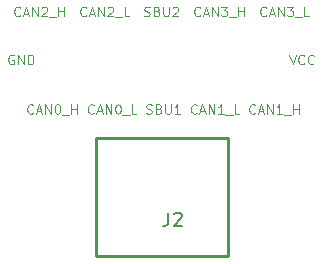
<source format=gbr>
%TF.GenerationSoftware,KiCad,Pcbnew,7.0.5*%
%TF.CreationDate,2024-03-09T10:44:32-05:00*%
%TF.ProjectId,female_connector,66656d61-6c65-45f6-936f-6e6e6563746f,rev?*%
%TF.SameCoordinates,Original*%
%TF.FileFunction,Legend,Top*%
%TF.FilePolarity,Positive*%
%FSLAX46Y46*%
G04 Gerber Fmt 4.6, Leading zero omitted, Abs format (unit mm)*
G04 Created by KiCad (PCBNEW 7.0.5) date 2024-03-09 10:44:32*
%MOMM*%
%LPD*%
G01*
G04 APERTURE LIST*
%ADD10C,0.152000*%
%ADD11C,0.100000*%
%ADD12C,0.254000*%
%ADD13C,0.650000*%
%ADD14O,1.000000X1.600000*%
%ADD15O,1.000000X1.800000*%
%ADD16R,0.300000X1.000000*%
%ADD17C,0.600000*%
%ADD18C,3.000000*%
G04 APERTURE END LIST*
D10*
%TO.C,J2*%
X574714Y-8902869D02*
X574714Y-9719298D01*
X574714Y-9719298D02*
X520285Y-9882583D01*
X520285Y-9882583D02*
X411428Y-9991441D01*
X411428Y-9991441D02*
X248142Y-10045869D01*
X248142Y-10045869D02*
X139285Y-10045869D01*
X1064571Y-9011726D02*
X1118999Y-8957298D01*
X1118999Y-8957298D02*
X1227857Y-8902869D01*
X1227857Y-8902869D02*
X1499999Y-8902869D01*
X1499999Y-8902869D02*
X1608857Y-8957298D01*
X1608857Y-8957298D02*
X1663285Y-9011726D01*
X1663285Y-9011726D02*
X1717714Y-9120583D01*
X1717714Y-9120583D02*
X1717714Y-9229441D01*
X1717714Y-9229441D02*
X1663285Y-9392726D01*
X1663285Y-9392726D02*
X1010142Y-10045869D01*
X1010142Y-10045869D02*
X1717714Y-10045869D01*
D11*
%TO.C,J1*%
X10809979Y4459105D02*
X11076646Y3659105D01*
X11076646Y3659105D02*
X11343312Y4459105D01*
X12067122Y3735296D02*
X12029026Y3697200D01*
X12029026Y3697200D02*
X11914741Y3659105D01*
X11914741Y3659105D02*
X11838550Y3659105D01*
X11838550Y3659105D02*
X11724264Y3697200D01*
X11724264Y3697200D02*
X11648074Y3773391D01*
X11648074Y3773391D02*
X11609979Y3849581D01*
X11609979Y3849581D02*
X11571883Y4001962D01*
X11571883Y4001962D02*
X11571883Y4116248D01*
X11571883Y4116248D02*
X11609979Y4268629D01*
X11609979Y4268629D02*
X11648074Y4344820D01*
X11648074Y4344820D02*
X11724264Y4421010D01*
X11724264Y4421010D02*
X11838550Y4459105D01*
X11838550Y4459105D02*
X11914741Y4459105D01*
X11914741Y4459105D02*
X12029026Y4421010D01*
X12029026Y4421010D02*
X12067122Y4382915D01*
X12867122Y3735296D02*
X12829026Y3697200D01*
X12829026Y3697200D02*
X12714741Y3659105D01*
X12714741Y3659105D02*
X12638550Y3659105D01*
X12638550Y3659105D02*
X12524264Y3697200D01*
X12524264Y3697200D02*
X12448074Y3773391D01*
X12448074Y3773391D02*
X12409979Y3849581D01*
X12409979Y3849581D02*
X12371883Y4001962D01*
X12371883Y4001962D02*
X12371883Y4116248D01*
X12371883Y4116248D02*
X12409979Y4268629D01*
X12409979Y4268629D02*
X12448074Y4344820D01*
X12448074Y4344820D02*
X12524264Y4421010D01*
X12524264Y4421010D02*
X12638550Y4459105D01*
X12638550Y4459105D02*
X12714741Y4459105D01*
X12714741Y4459105D02*
X12829026Y4421010D01*
X12829026Y4421010D02*
X12867122Y4382915D01*
X3253406Y7799296D02*
X3215310Y7761200D01*
X3215310Y7761200D02*
X3101025Y7723105D01*
X3101025Y7723105D02*
X3024834Y7723105D01*
X3024834Y7723105D02*
X2910548Y7761200D01*
X2910548Y7761200D02*
X2834358Y7837391D01*
X2834358Y7837391D02*
X2796263Y7913581D01*
X2796263Y7913581D02*
X2758167Y8065962D01*
X2758167Y8065962D02*
X2758167Y8180248D01*
X2758167Y8180248D02*
X2796263Y8332629D01*
X2796263Y8332629D02*
X2834358Y8408820D01*
X2834358Y8408820D02*
X2910548Y8485010D01*
X2910548Y8485010D02*
X3024834Y8523105D01*
X3024834Y8523105D02*
X3101025Y8523105D01*
X3101025Y8523105D02*
X3215310Y8485010D01*
X3215310Y8485010D02*
X3253406Y8446915D01*
X3558167Y7951677D02*
X3939120Y7951677D01*
X3481977Y7723105D02*
X3748644Y8523105D01*
X3748644Y8523105D02*
X4015310Y7723105D01*
X4281977Y7723105D02*
X4281977Y8523105D01*
X4281977Y8523105D02*
X4739120Y7723105D01*
X4739120Y7723105D02*
X4739120Y8523105D01*
X5043881Y8523105D02*
X5539119Y8523105D01*
X5539119Y8523105D02*
X5272453Y8218343D01*
X5272453Y8218343D02*
X5386738Y8218343D01*
X5386738Y8218343D02*
X5462929Y8180248D01*
X5462929Y8180248D02*
X5501024Y8142153D01*
X5501024Y8142153D02*
X5539119Y8065962D01*
X5539119Y8065962D02*
X5539119Y7875486D01*
X5539119Y7875486D02*
X5501024Y7799296D01*
X5501024Y7799296D02*
X5462929Y7761200D01*
X5462929Y7761200D02*
X5386738Y7723105D01*
X5386738Y7723105D02*
X5158167Y7723105D01*
X5158167Y7723105D02*
X5081976Y7761200D01*
X5081976Y7761200D02*
X5043881Y7799296D01*
X5691501Y7646915D02*
X6301024Y7646915D01*
X6491501Y7723105D02*
X6491501Y8523105D01*
X6491501Y8142153D02*
X6948644Y8142153D01*
X6948644Y7723105D02*
X6948644Y8523105D01*
X-5757213Y-455704D02*
X-5795309Y-493800D01*
X-5795309Y-493800D02*
X-5909594Y-531895D01*
X-5909594Y-531895D02*
X-5985785Y-531895D01*
X-5985785Y-531895D02*
X-6100071Y-493800D01*
X-6100071Y-493800D02*
X-6176261Y-417609D01*
X-6176261Y-417609D02*
X-6214356Y-341419D01*
X-6214356Y-341419D02*
X-6252452Y-189038D01*
X-6252452Y-189038D02*
X-6252452Y-74752D01*
X-6252452Y-74752D02*
X-6214356Y77629D01*
X-6214356Y77629D02*
X-6176261Y153820D01*
X-6176261Y153820D02*
X-6100071Y230010D01*
X-6100071Y230010D02*
X-5985785Y268105D01*
X-5985785Y268105D02*
X-5909594Y268105D01*
X-5909594Y268105D02*
X-5795309Y230010D01*
X-5795309Y230010D02*
X-5757213Y191915D01*
X-5452452Y-303323D02*
X-5071499Y-303323D01*
X-5528642Y-531895D02*
X-5261975Y268105D01*
X-5261975Y268105D02*
X-4995309Y-531895D01*
X-4728642Y-531895D02*
X-4728642Y268105D01*
X-4728642Y268105D02*
X-4271499Y-531895D01*
X-4271499Y-531895D02*
X-4271499Y268105D01*
X-3738166Y268105D02*
X-3661976Y268105D01*
X-3661976Y268105D02*
X-3585785Y230010D01*
X-3585785Y230010D02*
X-3547690Y191915D01*
X-3547690Y191915D02*
X-3509595Y115724D01*
X-3509595Y115724D02*
X-3471500Y-36657D01*
X-3471500Y-36657D02*
X-3471500Y-227133D01*
X-3471500Y-227133D02*
X-3509595Y-379514D01*
X-3509595Y-379514D02*
X-3547690Y-455704D01*
X-3547690Y-455704D02*
X-3585785Y-493800D01*
X-3585785Y-493800D02*
X-3661976Y-531895D01*
X-3661976Y-531895D02*
X-3738166Y-531895D01*
X-3738166Y-531895D02*
X-3814357Y-493800D01*
X-3814357Y-493800D02*
X-3852452Y-455704D01*
X-3852452Y-455704D02*
X-3890547Y-379514D01*
X-3890547Y-379514D02*
X-3928643Y-227133D01*
X-3928643Y-227133D02*
X-3928643Y-36657D01*
X-3928643Y-36657D02*
X-3890547Y115724D01*
X-3890547Y115724D02*
X-3852452Y191915D01*
X-3852452Y191915D02*
X-3814357Y230010D01*
X-3814357Y230010D02*
X-3738166Y268105D01*
X-3319118Y-608085D02*
X-2709595Y-608085D01*
X-2138166Y-531895D02*
X-2519118Y-531895D01*
X-2519118Y-531895D02*
X-2519118Y268105D01*
X-1305833Y-493800D02*
X-1191547Y-531895D01*
X-1191547Y-531895D02*
X-1001071Y-531895D01*
X-1001071Y-531895D02*
X-924880Y-493800D01*
X-924880Y-493800D02*
X-886785Y-455704D01*
X-886785Y-455704D02*
X-848690Y-379514D01*
X-848690Y-379514D02*
X-848690Y-303323D01*
X-848690Y-303323D02*
X-886785Y-227133D01*
X-886785Y-227133D02*
X-924880Y-189038D01*
X-924880Y-189038D02*
X-1001071Y-150942D01*
X-1001071Y-150942D02*
X-1153452Y-112847D01*
X-1153452Y-112847D02*
X-1229642Y-74752D01*
X-1229642Y-74752D02*
X-1267737Y-36657D01*
X-1267737Y-36657D02*
X-1305833Y39534D01*
X-1305833Y39534D02*
X-1305833Y115724D01*
X-1305833Y115724D02*
X-1267737Y191915D01*
X-1267737Y191915D02*
X-1229642Y230010D01*
X-1229642Y230010D02*
X-1153452Y268105D01*
X-1153452Y268105D02*
X-962975Y268105D01*
X-962975Y268105D02*
X-848690Y230010D01*
X-239166Y-112847D02*
X-124880Y-150942D01*
X-124880Y-150942D02*
X-86785Y-189038D01*
X-86785Y-189038D02*
X-48689Y-265228D01*
X-48689Y-265228D02*
X-48689Y-379514D01*
X-48689Y-379514D02*
X-86785Y-455704D01*
X-86785Y-455704D02*
X-124880Y-493800D01*
X-124880Y-493800D02*
X-201070Y-531895D01*
X-201070Y-531895D02*
X-505832Y-531895D01*
X-505832Y-531895D02*
X-505832Y268105D01*
X-505832Y268105D02*
X-239166Y268105D01*
X-239166Y268105D02*
X-162975Y230010D01*
X-162975Y230010D02*
X-124880Y191915D01*
X-124880Y191915D02*
X-86785Y115724D01*
X-86785Y115724D02*
X-86785Y39534D01*
X-86785Y39534D02*
X-124880Y-36657D01*
X-124880Y-36657D02*
X-162975Y-74752D01*
X-162975Y-74752D02*
X-239166Y-112847D01*
X-239166Y-112847D02*
X-505832Y-112847D01*
X294168Y268105D02*
X294168Y-379514D01*
X294168Y-379514D02*
X332263Y-455704D01*
X332263Y-455704D02*
X370358Y-493800D01*
X370358Y-493800D02*
X446549Y-531895D01*
X446549Y-531895D02*
X598930Y-531895D01*
X598930Y-531895D02*
X675120Y-493800D01*
X675120Y-493800D02*
X713215Y-455704D01*
X713215Y-455704D02*
X751311Y-379514D01*
X751311Y-379514D02*
X751311Y268105D01*
X1551310Y-531895D02*
X1094167Y-531895D01*
X1322739Y-531895D02*
X1322739Y268105D01*
X1322739Y268105D02*
X1246548Y153820D01*
X1246548Y153820D02*
X1170358Y77629D01*
X1170358Y77629D02*
X1094167Y39534D01*
X-12532688Y4421010D02*
X-12608878Y4459105D01*
X-12608878Y4459105D02*
X-12723164Y4459105D01*
X-12723164Y4459105D02*
X-12837450Y4421010D01*
X-12837450Y4421010D02*
X-12913640Y4344820D01*
X-12913640Y4344820D02*
X-12951735Y4268629D01*
X-12951735Y4268629D02*
X-12989831Y4116248D01*
X-12989831Y4116248D02*
X-12989831Y4001962D01*
X-12989831Y4001962D02*
X-12951735Y3849581D01*
X-12951735Y3849581D02*
X-12913640Y3773391D01*
X-12913640Y3773391D02*
X-12837450Y3697200D01*
X-12837450Y3697200D02*
X-12723164Y3659105D01*
X-12723164Y3659105D02*
X-12646973Y3659105D01*
X-12646973Y3659105D02*
X-12532688Y3697200D01*
X-12532688Y3697200D02*
X-12494592Y3735296D01*
X-12494592Y3735296D02*
X-12494592Y4001962D01*
X-12494592Y4001962D02*
X-12646973Y4001962D01*
X-12151735Y3659105D02*
X-12151735Y4459105D01*
X-12151735Y4459105D02*
X-11694592Y3659105D01*
X-11694592Y3659105D02*
X-11694592Y4459105D01*
X-11313640Y3659105D02*
X-11313640Y4459105D01*
X-11313640Y4459105D02*
X-11123164Y4459105D01*
X-11123164Y4459105D02*
X-11008878Y4421010D01*
X-11008878Y4421010D02*
X-10932688Y4344820D01*
X-10932688Y4344820D02*
X-10894593Y4268629D01*
X-10894593Y4268629D02*
X-10856497Y4116248D01*
X-10856497Y4116248D02*
X-10856497Y4001962D01*
X-10856497Y4001962D02*
X-10894593Y3849581D01*
X-10894593Y3849581D02*
X-10932688Y3773391D01*
X-10932688Y3773391D02*
X-11008878Y3697200D01*
X-11008878Y3697200D02*
X-11123164Y3659105D01*
X-11123164Y3659105D02*
X-11313640Y3659105D01*
X-1467881Y7761200D02*
X-1353595Y7723105D01*
X-1353595Y7723105D02*
X-1163119Y7723105D01*
X-1163119Y7723105D02*
X-1086928Y7761200D01*
X-1086928Y7761200D02*
X-1048833Y7799296D01*
X-1048833Y7799296D02*
X-1010738Y7875486D01*
X-1010738Y7875486D02*
X-1010738Y7951677D01*
X-1010738Y7951677D02*
X-1048833Y8027867D01*
X-1048833Y8027867D02*
X-1086928Y8065962D01*
X-1086928Y8065962D02*
X-1163119Y8104058D01*
X-1163119Y8104058D02*
X-1315500Y8142153D01*
X-1315500Y8142153D02*
X-1391690Y8180248D01*
X-1391690Y8180248D02*
X-1429785Y8218343D01*
X-1429785Y8218343D02*
X-1467881Y8294534D01*
X-1467881Y8294534D02*
X-1467881Y8370724D01*
X-1467881Y8370724D02*
X-1429785Y8446915D01*
X-1429785Y8446915D02*
X-1391690Y8485010D01*
X-1391690Y8485010D02*
X-1315500Y8523105D01*
X-1315500Y8523105D02*
X-1125023Y8523105D01*
X-1125023Y8523105D02*
X-1010738Y8485010D01*
X-401214Y8142153D02*
X-286928Y8104058D01*
X-286928Y8104058D02*
X-248833Y8065962D01*
X-248833Y8065962D02*
X-210737Y7989772D01*
X-210737Y7989772D02*
X-210737Y7875486D01*
X-210737Y7875486D02*
X-248833Y7799296D01*
X-248833Y7799296D02*
X-286928Y7761200D01*
X-286928Y7761200D02*
X-363118Y7723105D01*
X-363118Y7723105D02*
X-667880Y7723105D01*
X-667880Y7723105D02*
X-667880Y8523105D01*
X-667880Y8523105D02*
X-401214Y8523105D01*
X-401214Y8523105D02*
X-325023Y8485010D01*
X-325023Y8485010D02*
X-286928Y8446915D01*
X-286928Y8446915D02*
X-248833Y8370724D01*
X-248833Y8370724D02*
X-248833Y8294534D01*
X-248833Y8294534D02*
X-286928Y8218343D01*
X-286928Y8218343D02*
X-325023Y8180248D01*
X-325023Y8180248D02*
X-401214Y8142153D01*
X-401214Y8142153D02*
X-667880Y8142153D01*
X132120Y8523105D02*
X132120Y7875486D01*
X132120Y7875486D02*
X170215Y7799296D01*
X170215Y7799296D02*
X208310Y7761200D01*
X208310Y7761200D02*
X284501Y7723105D01*
X284501Y7723105D02*
X436882Y7723105D01*
X436882Y7723105D02*
X513072Y7761200D01*
X513072Y7761200D02*
X551167Y7799296D01*
X551167Y7799296D02*
X589263Y7875486D01*
X589263Y7875486D02*
X589263Y8523105D01*
X932119Y8446915D02*
X970215Y8485010D01*
X970215Y8485010D02*
X1046405Y8523105D01*
X1046405Y8523105D02*
X1236881Y8523105D01*
X1236881Y8523105D02*
X1313072Y8485010D01*
X1313072Y8485010D02*
X1351167Y8446915D01*
X1351167Y8446915D02*
X1389262Y8370724D01*
X1389262Y8370724D02*
X1389262Y8294534D01*
X1389262Y8294534D02*
X1351167Y8180248D01*
X1351167Y8180248D02*
X894024Y7723105D01*
X894024Y7723105D02*
X1389262Y7723105D01*
X-11977118Y7799296D02*
X-12015214Y7761200D01*
X-12015214Y7761200D02*
X-12129499Y7723105D01*
X-12129499Y7723105D02*
X-12205690Y7723105D01*
X-12205690Y7723105D02*
X-12319976Y7761200D01*
X-12319976Y7761200D02*
X-12396166Y7837391D01*
X-12396166Y7837391D02*
X-12434261Y7913581D01*
X-12434261Y7913581D02*
X-12472357Y8065962D01*
X-12472357Y8065962D02*
X-12472357Y8180248D01*
X-12472357Y8180248D02*
X-12434261Y8332629D01*
X-12434261Y8332629D02*
X-12396166Y8408820D01*
X-12396166Y8408820D02*
X-12319976Y8485010D01*
X-12319976Y8485010D02*
X-12205690Y8523105D01*
X-12205690Y8523105D02*
X-12129499Y8523105D01*
X-12129499Y8523105D02*
X-12015214Y8485010D01*
X-12015214Y8485010D02*
X-11977118Y8446915D01*
X-11672357Y7951677D02*
X-11291404Y7951677D01*
X-11748547Y7723105D02*
X-11481880Y8523105D01*
X-11481880Y8523105D02*
X-11215214Y7723105D01*
X-10948547Y7723105D02*
X-10948547Y8523105D01*
X-10948547Y8523105D02*
X-10491404Y7723105D01*
X-10491404Y7723105D02*
X-10491404Y8523105D01*
X-10148548Y8446915D02*
X-10110452Y8485010D01*
X-10110452Y8485010D02*
X-10034262Y8523105D01*
X-10034262Y8523105D02*
X-9843786Y8523105D01*
X-9843786Y8523105D02*
X-9767595Y8485010D01*
X-9767595Y8485010D02*
X-9729500Y8446915D01*
X-9729500Y8446915D02*
X-9691405Y8370724D01*
X-9691405Y8370724D02*
X-9691405Y8294534D01*
X-9691405Y8294534D02*
X-9729500Y8180248D01*
X-9729500Y8180248D02*
X-10186643Y7723105D01*
X-10186643Y7723105D02*
X-9691405Y7723105D01*
X-9539023Y7646915D02*
X-8929500Y7646915D01*
X-8739023Y7723105D02*
X-8739023Y8523105D01*
X-8739023Y8142153D02*
X-8281880Y8142153D01*
X-8281880Y7723105D02*
X-8281880Y8523105D01*
X-10894308Y-455704D02*
X-10932404Y-493800D01*
X-10932404Y-493800D02*
X-11046689Y-531895D01*
X-11046689Y-531895D02*
X-11122880Y-531895D01*
X-11122880Y-531895D02*
X-11237166Y-493800D01*
X-11237166Y-493800D02*
X-11313356Y-417609D01*
X-11313356Y-417609D02*
X-11351451Y-341419D01*
X-11351451Y-341419D02*
X-11389547Y-189038D01*
X-11389547Y-189038D02*
X-11389547Y-74752D01*
X-11389547Y-74752D02*
X-11351451Y77629D01*
X-11351451Y77629D02*
X-11313356Y153820D01*
X-11313356Y153820D02*
X-11237166Y230010D01*
X-11237166Y230010D02*
X-11122880Y268105D01*
X-11122880Y268105D02*
X-11046689Y268105D01*
X-11046689Y268105D02*
X-10932404Y230010D01*
X-10932404Y230010D02*
X-10894308Y191915D01*
X-10589547Y-303323D02*
X-10208594Y-303323D01*
X-10665737Y-531895D02*
X-10399070Y268105D01*
X-10399070Y268105D02*
X-10132404Y-531895D01*
X-9865737Y-531895D02*
X-9865737Y268105D01*
X-9865737Y268105D02*
X-9408594Y-531895D01*
X-9408594Y-531895D02*
X-9408594Y268105D01*
X-8875261Y268105D02*
X-8799071Y268105D01*
X-8799071Y268105D02*
X-8722880Y230010D01*
X-8722880Y230010D02*
X-8684785Y191915D01*
X-8684785Y191915D02*
X-8646690Y115724D01*
X-8646690Y115724D02*
X-8608595Y-36657D01*
X-8608595Y-36657D02*
X-8608595Y-227133D01*
X-8608595Y-227133D02*
X-8646690Y-379514D01*
X-8646690Y-379514D02*
X-8684785Y-455704D01*
X-8684785Y-455704D02*
X-8722880Y-493800D01*
X-8722880Y-493800D02*
X-8799071Y-531895D01*
X-8799071Y-531895D02*
X-8875261Y-531895D01*
X-8875261Y-531895D02*
X-8951452Y-493800D01*
X-8951452Y-493800D02*
X-8989547Y-455704D01*
X-8989547Y-455704D02*
X-9027642Y-379514D01*
X-9027642Y-379514D02*
X-9065738Y-227133D01*
X-9065738Y-227133D02*
X-9065738Y-36657D01*
X-9065738Y-36657D02*
X-9027642Y115724D01*
X-9027642Y115724D02*
X-8989547Y191915D01*
X-8989547Y191915D02*
X-8951452Y230010D01*
X-8951452Y230010D02*
X-8875261Y268105D01*
X-8456213Y-608085D02*
X-7846690Y-608085D01*
X-7656213Y-531895D02*
X-7656213Y268105D01*
X-7656213Y-112847D02*
X-7199070Y-112847D01*
X-7199070Y-531895D02*
X-7199070Y268105D01*
X8850882Y7799296D02*
X8812786Y7761200D01*
X8812786Y7761200D02*
X8698501Y7723105D01*
X8698501Y7723105D02*
X8622310Y7723105D01*
X8622310Y7723105D02*
X8508024Y7761200D01*
X8508024Y7761200D02*
X8431834Y7837391D01*
X8431834Y7837391D02*
X8393739Y7913581D01*
X8393739Y7913581D02*
X8355643Y8065962D01*
X8355643Y8065962D02*
X8355643Y8180248D01*
X8355643Y8180248D02*
X8393739Y8332629D01*
X8393739Y8332629D02*
X8431834Y8408820D01*
X8431834Y8408820D02*
X8508024Y8485010D01*
X8508024Y8485010D02*
X8622310Y8523105D01*
X8622310Y8523105D02*
X8698501Y8523105D01*
X8698501Y8523105D02*
X8812786Y8485010D01*
X8812786Y8485010D02*
X8850882Y8446915D01*
X9155643Y7951677D02*
X9536596Y7951677D01*
X9079453Y7723105D02*
X9346120Y8523105D01*
X9346120Y8523105D02*
X9612786Y7723105D01*
X9879453Y7723105D02*
X9879453Y8523105D01*
X9879453Y8523105D02*
X10336596Y7723105D01*
X10336596Y7723105D02*
X10336596Y8523105D01*
X10641357Y8523105D02*
X11136595Y8523105D01*
X11136595Y8523105D02*
X10869929Y8218343D01*
X10869929Y8218343D02*
X10984214Y8218343D01*
X10984214Y8218343D02*
X11060405Y8180248D01*
X11060405Y8180248D02*
X11098500Y8142153D01*
X11098500Y8142153D02*
X11136595Y8065962D01*
X11136595Y8065962D02*
X11136595Y7875486D01*
X11136595Y7875486D02*
X11098500Y7799296D01*
X11098500Y7799296D02*
X11060405Y7761200D01*
X11060405Y7761200D02*
X10984214Y7723105D01*
X10984214Y7723105D02*
X10755643Y7723105D01*
X10755643Y7723105D02*
X10679452Y7761200D01*
X10679452Y7761200D02*
X10641357Y7799296D01*
X11288977Y7646915D02*
X11898500Y7646915D01*
X12469929Y7723105D02*
X12088977Y7723105D01*
X12088977Y7723105D02*
X12088977Y8523105D01*
X2955073Y-455704D02*
X2916977Y-493800D01*
X2916977Y-493800D02*
X2802692Y-531895D01*
X2802692Y-531895D02*
X2726501Y-531895D01*
X2726501Y-531895D02*
X2612215Y-493800D01*
X2612215Y-493800D02*
X2536025Y-417609D01*
X2536025Y-417609D02*
X2497930Y-341419D01*
X2497930Y-341419D02*
X2459834Y-189038D01*
X2459834Y-189038D02*
X2459834Y-74752D01*
X2459834Y-74752D02*
X2497930Y77629D01*
X2497930Y77629D02*
X2536025Y153820D01*
X2536025Y153820D02*
X2612215Y230010D01*
X2612215Y230010D02*
X2726501Y268105D01*
X2726501Y268105D02*
X2802692Y268105D01*
X2802692Y268105D02*
X2916977Y230010D01*
X2916977Y230010D02*
X2955073Y191915D01*
X3259834Y-303323D02*
X3640787Y-303323D01*
X3183644Y-531895D02*
X3450311Y268105D01*
X3450311Y268105D02*
X3716977Y-531895D01*
X3983644Y-531895D02*
X3983644Y268105D01*
X3983644Y268105D02*
X4440787Y-531895D01*
X4440787Y-531895D02*
X4440787Y268105D01*
X5240786Y-531895D02*
X4783643Y-531895D01*
X5012215Y-531895D02*
X5012215Y268105D01*
X5012215Y268105D02*
X4936024Y153820D01*
X4936024Y153820D02*
X4859834Y77629D01*
X4859834Y77629D02*
X4783643Y39534D01*
X5393168Y-608085D02*
X6002691Y-608085D01*
X6574120Y-531895D02*
X6193168Y-531895D01*
X6193168Y-531895D02*
X6193168Y268105D01*
X-6379642Y7799296D02*
X-6417738Y7761200D01*
X-6417738Y7761200D02*
X-6532023Y7723105D01*
X-6532023Y7723105D02*
X-6608214Y7723105D01*
X-6608214Y7723105D02*
X-6722500Y7761200D01*
X-6722500Y7761200D02*
X-6798690Y7837391D01*
X-6798690Y7837391D02*
X-6836785Y7913581D01*
X-6836785Y7913581D02*
X-6874881Y8065962D01*
X-6874881Y8065962D02*
X-6874881Y8180248D01*
X-6874881Y8180248D02*
X-6836785Y8332629D01*
X-6836785Y8332629D02*
X-6798690Y8408820D01*
X-6798690Y8408820D02*
X-6722500Y8485010D01*
X-6722500Y8485010D02*
X-6608214Y8523105D01*
X-6608214Y8523105D02*
X-6532023Y8523105D01*
X-6532023Y8523105D02*
X-6417738Y8485010D01*
X-6417738Y8485010D02*
X-6379642Y8446915D01*
X-6074881Y7951677D02*
X-5693928Y7951677D01*
X-6151071Y7723105D02*
X-5884404Y8523105D01*
X-5884404Y8523105D02*
X-5617738Y7723105D01*
X-5351071Y7723105D02*
X-5351071Y8523105D01*
X-5351071Y8523105D02*
X-4893928Y7723105D01*
X-4893928Y7723105D02*
X-4893928Y8523105D01*
X-4551072Y8446915D02*
X-4512976Y8485010D01*
X-4512976Y8485010D02*
X-4436786Y8523105D01*
X-4436786Y8523105D02*
X-4246310Y8523105D01*
X-4246310Y8523105D02*
X-4170119Y8485010D01*
X-4170119Y8485010D02*
X-4132024Y8446915D01*
X-4132024Y8446915D02*
X-4093929Y8370724D01*
X-4093929Y8370724D02*
X-4093929Y8294534D01*
X-4093929Y8294534D02*
X-4132024Y8180248D01*
X-4132024Y8180248D02*
X-4589167Y7723105D01*
X-4589167Y7723105D02*
X-4093929Y7723105D01*
X-3941547Y7646915D02*
X-3332024Y7646915D01*
X-2760595Y7723105D02*
X-3141547Y7723105D01*
X-3141547Y7723105D02*
X-3141547Y8523105D01*
X7901692Y-455704D02*
X7863596Y-493800D01*
X7863596Y-493800D02*
X7749311Y-531895D01*
X7749311Y-531895D02*
X7673120Y-531895D01*
X7673120Y-531895D02*
X7558834Y-493800D01*
X7558834Y-493800D02*
X7482644Y-417609D01*
X7482644Y-417609D02*
X7444549Y-341419D01*
X7444549Y-341419D02*
X7406453Y-189038D01*
X7406453Y-189038D02*
X7406453Y-74752D01*
X7406453Y-74752D02*
X7444549Y77629D01*
X7444549Y77629D02*
X7482644Y153820D01*
X7482644Y153820D02*
X7558834Y230010D01*
X7558834Y230010D02*
X7673120Y268105D01*
X7673120Y268105D02*
X7749311Y268105D01*
X7749311Y268105D02*
X7863596Y230010D01*
X7863596Y230010D02*
X7901692Y191915D01*
X8206453Y-303323D02*
X8587406Y-303323D01*
X8130263Y-531895D02*
X8396930Y268105D01*
X8396930Y268105D02*
X8663596Y-531895D01*
X8930263Y-531895D02*
X8930263Y268105D01*
X8930263Y268105D02*
X9387406Y-531895D01*
X9387406Y-531895D02*
X9387406Y268105D01*
X10187405Y-531895D02*
X9730262Y-531895D01*
X9958834Y-531895D02*
X9958834Y268105D01*
X9958834Y268105D02*
X9882643Y153820D01*
X9882643Y153820D02*
X9806453Y77629D01*
X9806453Y77629D02*
X9730262Y39534D01*
X10339787Y-608085D02*
X10949310Y-608085D01*
X11139787Y-531895D02*
X11139787Y268105D01*
X11139787Y-112847D02*
X11596930Y-112847D01*
X11596930Y-531895D02*
X11596930Y268105D01*
D12*
%TO.C,J2*%
X-5588000Y-2592000D02*
X5588000Y-2592000D01*
X-5588000Y-12592000D02*
X-5588000Y-2592000D01*
X5588000Y-2592000D02*
X5588000Y-12592000D01*
X5588000Y-12592000D02*
X-5588000Y-12592000D01*
%TD*%
%LPC*%
D13*
%TO.C,J2*%
X-3600000Y-4370000D03*
X3595000Y-4335000D03*
D14*
X-4125000Y-5620000D03*
D15*
X-4485000Y-10010000D03*
X4485000Y-10010000D03*
D14*
X4125000Y-5620000D03*
D16*
X-2750000Y-3810000D03*
X-2250000Y-3810000D03*
X-1750000Y-3810000D03*
X-1250000Y-3810000D03*
X-750000Y-3810000D03*
X-250000Y-3810000D03*
X250000Y-3810000D03*
X750000Y-3810000D03*
X1250000Y-3810000D03*
X1750000Y-3810000D03*
X2250000Y-3810000D03*
X2750000Y-3810000D03*
D17*
X2800000Y-5020000D03*
X2400000Y-5720000D03*
X1600000Y-5720000D03*
X1200000Y-5020000D03*
X800000Y-5720000D03*
X400000Y-5020000D03*
X-400000Y-5020000D03*
X-800000Y-5720000D03*
X-1200000Y-5020000D03*
X-1600000Y-5720000D03*
X-2400000Y-5720000D03*
X-2800000Y-5020000D03*
%TD*%
D18*
%TO.C,H1*%
X-16637000Y6858000D03*
%TD*%
%TO.C,H4*%
X8509000Y-8382000D03*
%TD*%
%TO.C,H3*%
X-8509000Y-8382000D03*
%TD*%
%TO.C,H2*%
X16637000Y6858000D03*
%TD*%
%TO.C,J1*%
X-12192000Y6096000D03*
X-8128000Y6096000D03*
X-4064000Y6096000D03*
X0Y6096000D03*
X4064000Y6096000D03*
X8128000Y6096000D03*
X12192000Y6096000D03*
X-12192000Y2032000D03*
X-8128000Y2032000D03*
X-4064000Y2032000D03*
X0Y2032000D03*
X4064000Y2032000D03*
X8128000Y2032000D03*
X12192000Y2032000D03*
%TD*%
%LPD*%
M02*

</source>
